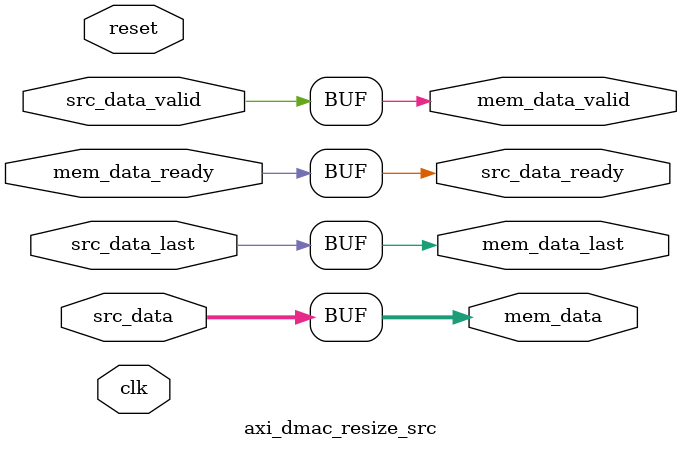
<source format=v>

/*
 * Resize the data width between the source interface and the burst memory
 * if necessary.
 */

module axi_dmac_resize_src #(
  parameter DATA_WIDTH_SRC = 64,
  parameter DATA_WIDTH_MEM = 64
) (
  input clk,
  input reset,

  input src_data_valid,
  output src_data_ready,
  input [DATA_WIDTH_SRC-1:0] src_data,
  input src_data_last,

  output mem_data_valid,
  input mem_data_ready,
  output [DATA_WIDTH_MEM-1:0] mem_data,
  output mem_data_last
);

generate if (DATA_WIDTH_SRC == DATA_WIDTH_MEM)  begin
  assign mem_data_valid = src_data_valid;
  assign src_data_ready = mem_data_ready;
  assign mem_data = src_data;
  assign mem_data_last = src_data_last;
end else begin

  localparam RATIO = DATA_WIDTH_MEM / DATA_WIDTH_SRC;

  reg [RATIO-1:0] mask = 'h1;
  reg valid = 1'b0;
  reg last = 1'b0;
  reg [DATA_WIDTH_MEM-1:0] data = 'h0;

  always @(posedge clk) begin
    if (reset == 1'b1) begin
      valid <= 1'b0;
      mask <= 'h1;
    end else begin
      if (src_data_valid == 1'b1 && src_data_ready == 1'b1) begin
        valid <= mask[RATIO-1];
        mask <= {mask[RATIO-2:0],mask[RATIO-1]};
      end
    end
  end

  integer i;

  always @(posedge clk) begin
    if (src_data_ready == 1'b1) begin
      for (i = 0; i < RATIO; i = i+1) begin
        if (mask[i] == 1'b1) begin
          data[i*DATA_WIDTH_SRC+:DATA_WIDTH_SRC] <= src_data;
        end
      end
      last <= src_data_last;
    end
  end

  assign src_data_ready = ~valid | mem_data_ready;
  assign mem_valid = valid;
  assign mem_data = data;
  assign mem_last = last;

end endgenerate

endmodule

</source>
